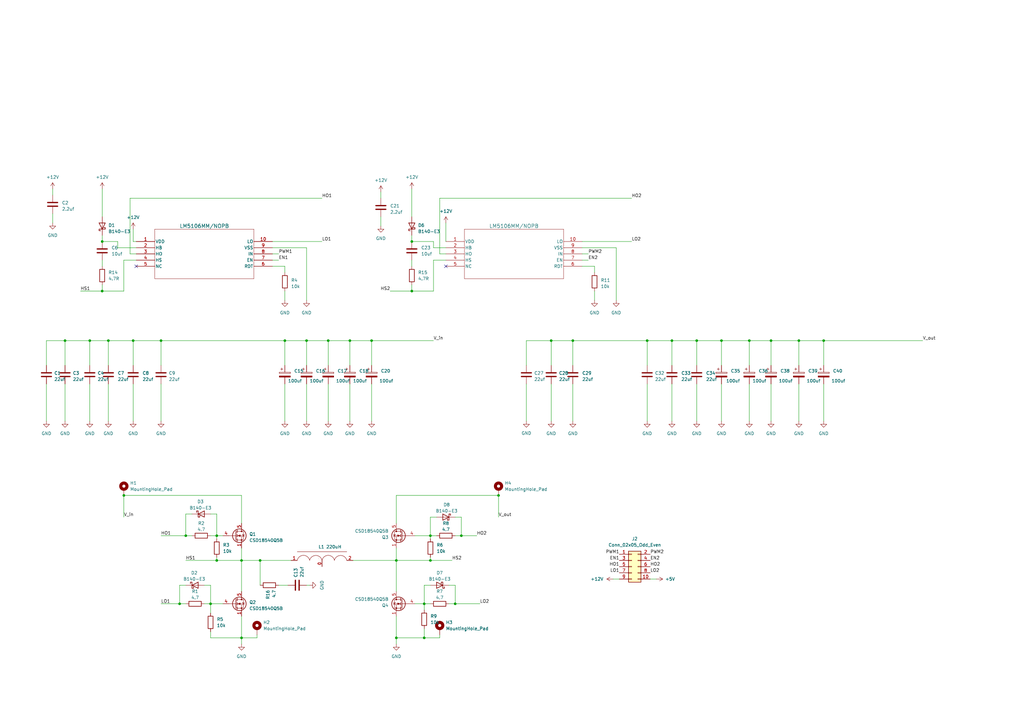
<source format=kicad_sch>
(kicad_sch (version 20231120) (generator "eeschema") (generator_version "8.0")
  (paper "A3")
  (lib_symbols
    (symbol "Connector_Generic:Conn_02x05_Odd_Even" (pin_names (offset 1.016) hide)
      (property "Reference" "J" (at 1.27 7.62 0))
      (property "Value" "Conn_02x05_Odd_Even" (at 1.27 -7.62 0))
      (symbol "Conn_02x05_Odd_Even_1_1"
        (rectangle (start -1.27 -4.953) (end 0 -5.207) (stroke (width 0.1524)))
        (rectangle (start -1.27 -2.413) (end 0 -2.667) (stroke (width 0.1524)))
        (rectangle (start -1.27 0.127) (end 0 -0.127) (stroke (width 0.1524)))
        (rectangle (start -1.27 2.667) (end 0 2.413) (stroke (width 0.1524)))
        (rectangle (start -1.27 5.207) (end 0 4.953) (stroke (width 0.1524)))
        (rectangle (start -1.27 6.35) (end 3.81 -6.35) (stroke (width 0.254)) (fill (type background)))
        (rectangle (start 3.81 -4.953) (end 2.54 -5.207) (stroke (width 0.1524)))
        (rectangle (start 3.81 -2.413) (end 2.54 -2.667) (stroke (width 0.1524)))
        (rectangle (start 3.81 0.127) (end 2.54 -0.127) (stroke (width 0.1524)))
        (rectangle (start 3.81 2.667) (end 2.54 2.413) (stroke (width 0.1524)))
        (rectangle (start 3.81 5.207) (end 2.54 4.953) (stroke (width 0.1524)))
        (pin passive line (at -5.08 5.08 0) (length 3.81) (name "Pin_1") (number "1"))
        (pin passive line (at 7.62 -5.08 180) (length 3.81) (name "Pin_10") (number "10"))
        (pin passive line (at 7.62 5.08 180) (length 3.81) (name "Pin_2") (number "2"))
        (pin passive line (at -5.08 2.54 0) (length 3.81) (name "Pin_3") (number "3"))
        (pin passive line (at 7.62 2.54 180) (length 3.81) (name "Pin_4") (number "4"))
        (pin passive line (at -5.08 0 0) (length 3.81) (name "Pin_5") (number "5"))
        (pin passive line (at 7.62 0 180) (length 3.81) (name "Pin_6") (number "6"))
        (pin passive line (at -5.08 -2.54 0) (length 3.81) (name "Pin_7") (number "7"))
        (pin passive line (at 7.62 -2.54 180) (length 3.81) (name "Pin_8") (number "8"))
        (pin passive line (at -5.08 -5.08 0) (length 3.81) (name "Pin_9") (number "9"))
      )
    )
    (symbol "Device:C" (pin_numbers hide) (pin_names (offset 0.254))
      (property "Reference" "C" (at 0.635 2.54 0))
      (property "Value" "C" (at 0.635 -2.54 0))
      (symbol "C_0_1"
        (polyline (pts (xy -2.032 -0.762) (xy 2.032 -0.762)) (stroke (width 0.508)))
        (polyline (pts (xy -2.032 0.762) (xy 2.032 0.762)) (stroke (width 0.508)))
      )
      (symbol "C_1_1"
        (pin passive line (at 0 3.81 270) (length 2.794) (name "~") (number "1"))
        (pin passive line (at 0 -3.81 90) (length 2.794) (name "~") (number "2"))
      )
    )
    (symbol "Device:C_Polarized" (pin_numbers hide) (pin_names (offset 0.254))
      (property "Reference" "C" (at 0.635 2.54 0))
      (property "Value" "C_Polarized" (at 0.635 -2.54 0))
      (symbol "C_Polarized_0_1"
        (rectangle (start -2.286 0.508) (end 2.286 1.016))
        (polyline (pts (xy -1.778 2.286) (xy -0.762 2.286)))
        (polyline (pts (xy -1.27 2.794) (xy -1.27 1.778)))
        (rectangle (start 2.286 -0.508) (end -2.286 -1.016) (fill (type outline)))
      )
      (symbol "C_Polarized_1_1"
        (pin passive line (at 0 3.81 270) (length 2.794) (name "~") (number "1"))
        (pin passive line (at 0 -3.81 90) (length 2.794) (name "~") (number "2"))
      )
    )
    (symbol "Device:R" (pin_numbers hide) (pin_names (offset 0))
      (property "Reference" "R" (at 2.032 0 90))
      (property "Value" "R" (at 0 0 90))
      (symbol "R_0_1"
        (rectangle (start -1.016 -2.54) (end 1.016 2.54) (stroke (width 0.254)))
      )
      (symbol "R_1_1"
        (pin passive line (at 0 3.81 270) (length 1.27) (name "~") (number "1"))
        (pin passive line (at 0 -3.81 90) (length 1.27) (name "~") (number "2"))
      )
    )
    (symbol "Diode:B140-E3" (pin_numbers hide) (pin_names hide)
      (property "Reference" "D" (at 0 2.54 0))
      (property "Value" "B140-E3" (at 0 -2.54 0))
      (symbol "B140-E3_0_1"
        (polyline (pts (xy 1.27 0) (xy -1.27 0)))
        (polyline (pts (xy 1.27 1.27) (xy 1.27 -1.27) (xy -1.27 0) (xy 1.27 1.27)) (stroke (width 0.254)))
        (polyline (pts (xy -1.905 0.635) (xy -1.905 1.27) (xy -1.27 1.27) (xy -1.27 -1.27) (xy -0.635 -1.27) (xy -0.635 -0.635)) (stroke (width 0.254)))
      )
      (symbol "B140-E3_1_1"
        (pin passive line (at -3.81 0 0) (length 2.54) (name "K") (number "1"))
        (pin passive line (at 3.81 0 180) (length 2.54) (name "A") (number "2"))
      )
    )
    (symbol "FSBB_DCDC:PQ2918"
      (property "Reference" "L" (at 0 0 0))
      (symbol "PQ2918_0_1"
        (arc (start -5.08 -0.7049) (mid -7.62 1.3321) (end -10.16 -0.7049))
        (arc (start -1.27 0) (mid -1.27 0) (end -1.27 0))
        (arc (start 0 -0.7049) (mid -2.54 1.2912) (end -5.08 -0.7049))
        (polyline (pts (xy -10.16 2.794) (xy 10.16 2.794)))
        (arc (start 5.08 -0.7049) (mid 2.54 1.3321) (end 0 -0.7049))
        (arc (start 10.16 -0.7049) (mid 7.62 1.2912) (end 5.08 -0.7049))
      )
      (symbol "PQ2918_1_1"
        (pin free line (at 0 -3.302 90) (length 2.54) (name "") (number "0"))
        (pin bidirectional line (at -12.7 -0.762 0) (length 2.54) (name "") (number "1"))
        (pin bidirectional line (at 12.7 -0.762 180) (length 2.54) (name "") (number "2"))
      )
    )
    (symbol "Library:C" (pin_numbers hide) (pin_names (offset 0.254))
      (property "Reference" "C" (at 0.635 2.54 0))
      (property "Value" "C" (at 0.635 -2.54 0))
      (symbol "C_0_1"
        (polyline (pts (xy -2.032 -0.762) (xy 2.032 -0.762)) (stroke (width 0.508)))
        (polyline (pts (xy -2.032 0.762) (xy 2.032 0.762)) (stroke (width 0.508)))
      )
      (symbol "C_1_1"
        (pin passive line (at 0 3.81 270) (length 2.794) (name "~") (number "1"))
        (pin passive line (at 0 -3.81 90) (length 2.794) (name "~") (number "2"))
      )
    )
    (symbol "Library:R" (pin_numbers hide) (pin_names (offset 0))
      (property "Reference" "R" (at 2.032 0 90))
      (property "Value" "R" (at 0 0 90))
      (symbol "R_0_1"
        (rectangle (start -1.016 -2.54) (end 1.016 2.54) (stroke (width 0.254)))
      )
      (symbol "R_1_1"
        (pin passive line (at 0 3.81 270) (length 1.27) (name "~") (number "1"))
        (pin passive line (at 0 -3.81 90) (length 1.27) (name "~") (number "2"))
      )
    )
    (symbol "Mechanical:MountingHole_Pad" (pin_numbers hide) (pin_names (offset 1.016) hide)
      (property "Reference" "H" (at 0 6.35 0))
      (property "Value" "MountingHole_Pad" (at 0 4.445 0))
      (symbol "MountingHole_Pad_0_1"
        (circle (center 0 1.27) (radius 1.27) (stroke (width 1.27)))
      )
      (symbol "MountingHole_Pad_1_1"
        (pin input line (at 0 -2.54 90) (length 2.54) (name "1") (number "1"))
      )
    )
    (symbol "Transistor_FET:CSD18540Q5B" (pin_names hide)
      (property "Reference" "Q" (at 5.08 1.905 0))
      (property "Value" "CSD18540Q5B" (at 5.08 0 0))
      (symbol "CSD18540Q5B_0_1"
        (polyline (pts (xy 0.254 0) (xy -2.54 0)))
        (polyline (pts (xy 0.254 1.905) (xy 0.254 -1.905)) (stroke (width 0.254)))
        (polyline (pts (xy 0.762 -1.27) (xy 0.762 -2.286)) (stroke (width 0.254)))
        (polyline (pts (xy 0.762 0.508) (xy 0.762 -0.508)) (stroke (width 0.254)))
        (polyline (pts (xy 0.762 2.286) (xy 0.762 1.27)) (stroke (width 0.254)))
        (polyline (pts (xy 2.54 2.54) (xy 2.54 1.778)))
        (polyline (pts (xy 2.54 -2.54) (xy 2.54 0) (xy 0.762 0)))
        (polyline (pts (xy 0.762 -1.778) (xy 3.302 -1.778) (xy 3.302 1.778) (xy 0.762 1.778)))
        (polyline (pts (xy 1.016 0) (xy 2.032 0.381) (xy 2.032 -0.381) (xy 1.016 0)) (fill (type outline)))
        (polyline (pts (xy 2.794 0.508) (xy 2.921 0.381) (xy 3.683 0.381) (xy 3.81 0.254)))
        (polyline (pts (xy 3.302 0.381) (xy 2.921 -0.254) (xy 3.683 -0.254) (xy 3.302 0.381)))
        (circle (center 1.651 0) (radius 2.794) (stroke (width 0.254)))
        (circle (center 2.54 -1.778) (radius 0.254) (fill (type outline)))
        (circle (center 2.54 1.778) (radius 0.254) (fill (type outline)))
      )
      (symbol "CSD18540Q5B_1_1"
        (pin passive line (at 2.54 -5.08 90) (length 2.54) (name "S") (number "1"))
        (pin passive line (at 2.54 -5.08 90) (length 2.54) hide (name "S") (number "2"))
        (pin passive line (at 2.54 -5.08 90) (length 2.54) hide (name "S") (number "3"))
        (pin passive line (at -5.08 0 0) (length 2.54) (name "G") (number "4"))
        (pin passive line (at 2.54 5.08 270) (length 2.54) (name "D") (number "5"))
      )
    )
    (symbol "lm5106:LM5106MM_NOPB" (pin_names (offset 0.254))
      (property "Value" "LM5106MM/NOPB" (at 27.94 7.62 0))
      (symbol "LM5106MM_NOPB_0_1"
        (polyline (pts (xy 7.62 -15.24) (xy 48.26 -15.24)) (stroke (width 0.127)))
        (polyline (pts (xy 7.62 5.08) (xy 7.62 -15.24)) (stroke (width 0.127)))
        (polyline (pts (xy 48.26 -15.24) (xy 48.26 5.08)) (stroke (width 0.127)))
        (polyline (pts (xy 48.26 5.08) (xy 7.62 5.08)) (stroke (width 0.127)))
        (pin power_in line (at 0 0 0) (length 7.62) (name "VDD") (number "1"))
        (pin output line (at 55.88 0 180) (length 7.62) (name "LO") (number "10"))
        (pin input line (at 0 -2.54 0) (length 7.62) (name "HB") (number "2"))
        (pin output line (at 0 -5.08 0) (length 7.62) (name "HO") (number "3"))
        (pin input line (at 0 -7.62 0) (length 7.62) (name "HS") (number "4"))
        (pin passive line (at 0 -10.16 0) (length 7.62) (name "NC") (number "5"))
        (pin input line (at 55.88 -10.16 180) (length 7.62) (name "RDT") (number "6"))
        (pin input line (at 55.88 -7.62 180) (length 7.62) (name "EN") (number "7"))
        (pin input line (at 55.88 -5.08 180) (length 7.62) (name "IN") (number "8"))
        (pin power_in line (at 55.88 -2.54 180) (length 7.62) (name "VSS") (number "9"))
      )
    )
    (symbol "power:+12V" (power) (pin_names (offset 0))
      (property "Value" "+12V" (at 0 3.556 0))
      (symbol "+12V_0_1"
        (polyline (pts (xy -0.762 1.27) (xy 0 2.54)))
        (polyline (pts (xy 0 0) (xy 0 2.54)))
        (polyline (pts (xy 0 2.54) (xy 0.762 1.27)))
      )
      (symbol "+12V_1_1"
        (pin power_in line (at 0 0 90) (length 0) hide (name "+12V") (number "1"))
      )
    )
    (symbol "power:+5V" (power) (pin_names (offset 0))
      (property "Value" "+5V" (at 0 3.556 0))
      (symbol "+5V_0_1"
        (polyline (pts (xy -0.762 1.27) (xy 0 2.54)))
        (polyline (pts (xy 0 0) (xy 0 2.54)))
        (polyline (pts (xy 0 2.54) (xy 0.762 1.27)))
      )
      (symbol "+5V_1_1"
        (pin power_in line (at 0 0 90) (length 0) hide (name "+5V") (number "1"))
      )
    )
    (symbol "power:GND" (power) (pin_names (offset 0))
      (property "Value" "GND" (at 0 -3.81 0))
      (symbol "GND_0_1"
        (polyline (pts (xy 0 0) (xy 0 -1.27) (xy 1.27 -1.27) (xy 0 -2.54) (xy -1.27 -1.27) (xy 0 -1.27)))
      )
      (symbol "GND_1_1"
        (pin power_in line (at 0 0 270) (length 0) hide (name "GND") (number "1"))
      )
    )
  )
  (junction (at 50.8 203.2))
  (junction (at 162.56 229.87))
  (junction (at 106.68 229.87))
  (junction (at 143.51 139.7))
  (junction (at 73.66 247.65))
  (junction (at 316.23 139.7))
  (junction (at 44.45 139.7))
  (junction (at 152.4 139.7))
  (junction (at 116.84 139.7))
  (junction (at 234.95 139.7))
  (junction (at 26.67 139.7))
  (junction (at 134.62 139.7))
  (junction (at 162.56 261.62))
  (junction (at 99.06 229.87))
  (junction (at 173.99 247.65))
  (junction (at 168.91 99.06))
  (junction (at 275.59 139.7))
  (junction (at 226.06 139.7))
  (junction (at 186.69 247.65))
  (junction (at 285.75 139.7))
  (junction (at 86.36 247.65))
  (junction (at 41.91 119.38))
  (junction (at 265.43 139.7))
  (junction (at 88.9 229.87))
  (junction (at 99.06 261.62))
  (junction (at 176.53 229.87))
  (junction (at 295.91 139.7))
  (junction (at 36.83 139.7))
  (junction (at 189.23 219.71))
  (junction (at 204.47 203.2))
  (junction (at 54.61 139.7))
  (junction (at 88.9 219.71))
  (junction (at 76.2 219.71))
  (junction (at 41.91 99.06))
  (junction (at 327.66 139.7))
  (junction (at 168.91 119.38))
  (junction (at 307.34 139.7))
  (junction (at 173.99 261.62))
  (junction (at 66.04 139.7))
  (junction (at 337.82 139.7))
  (junction (at 176.53 219.71))
  (junction (at 125.73 139.7))
  (no_connect (at 182.88 109.22))
  (no_connect (at 55.88 109.22))
  (wire (pts (xy 21.59 77.47) (xy 21.59 80.01)))
  (wire (pts (xy 295.91 157.48) (xy 295.91 172.72)))
  (wire (pts (xy 86.36 219.71) (xy 88.9 219.71)))
  (wire (pts (xy 41.91 119.38) (xy 50.8 119.38)))
  (wire (pts (xy 78.74 210.82) (xy 76.2 210.82)))
  (wire (pts (xy 189.23 212.09) (xy 186.69 212.09)))
  (wire (pts (xy 54.61 93.98) (xy 54.61 99.06)))
  (wire (pts (xy 162.56 203.2) (xy 162.56 214.63)))
  (wire (pts (xy 316.23 139.7) (xy 316.23 149.86)))
  (wire (pts (xy 111.76 99.06) (xy 132.08 99.06)))
  (wire (pts (xy 134.62 139.7) (xy 143.51 139.7)))
  (wire (pts (xy 185.42 229.87) (xy 176.53 229.87)))
  (wire (pts (xy 152.4 139.7) (xy 177.8 139.7)))
  (wire (pts (xy 53.34 104.14) (xy 55.88 104.14)))
  (wire (pts (xy 307.34 139.7) (xy 316.23 139.7)))
  (wire (pts (xy 111.76 109.22) (xy 116.84 109.22)))
  (wire (pts (xy 176.53 240.03) (xy 173.99 240.03)))
  (wire (pts (xy 54.61 139.7) (xy 66.04 139.7)))
  (wire (pts (xy 337.82 139.7) (xy 337.82 149.86)))
  (wire (pts (xy 182.88 91.44) (xy 182.88 99.06)))
  (wire (pts (xy 243.84 109.22) (xy 243.84 111.76)))
  (wire (pts (xy 88.9 228.6) (xy 88.9 229.87)))
  (wire (pts (xy 177.8 101.6) (xy 177.8 99.06)))
  (wire (pts (xy 116.84 139.7) (xy 125.73 139.7)))
  (wire (pts (xy 180.34 260.35) (xy 180.34 261.62)))
  (wire (pts (xy 26.67 139.7) (xy 36.83 139.7)))
  (wire (pts (xy 125.73 139.7) (xy 125.73 149.86)))
  (wire (pts (xy 152.4 139.7) (xy 152.4 149.86)))
  (wire (pts (xy 144.78 229.87) (xy 162.56 229.87)))
  (wire (pts (xy 285.75 139.7) (xy 295.91 139.7)))
  (wire (pts (xy 111.76 104.14) (xy 114.3 104.14)))
  (wire (pts (xy 106.68 229.87) (xy 106.68 240.03)))
  (wire (pts (xy 125.73 101.6) (xy 125.73 123.19)))
  (wire (pts (xy 111.76 101.6) (xy 125.73 101.6)))
  (wire (pts (xy 116.84 157.48) (xy 116.84 172.72)))
  (wire (pts (xy 162.56 229.87) (xy 162.56 242.57)))
  (wire (pts (xy 86.36 240.03) (xy 86.36 247.65)))
  (wire (pts (xy 125.73 157.48) (xy 125.73 172.72)))
  (wire (pts (xy 196.85 247.65) (xy 186.69 247.65)))
  (wire (pts (xy 168.91 119.38) (xy 177.8 119.38)))
  (wire (pts (xy 265.43 139.7) (xy 265.43 149.86)))
  (wire (pts (xy 53.34 81.28) (xy 53.34 104.14)))
  (wire (pts (xy 143.51 139.7) (xy 152.4 139.7)))
  (wire (pts (xy 160.02 119.38) (xy 168.91 119.38)))
  (wire (pts (xy 226.06 139.7) (xy 234.95 139.7)))
  (wire (pts (xy 269.24 237.49) (xy 266.7 237.49)))
  (wire (pts (xy 36.83 139.7) (xy 44.45 139.7)))
  (wire (pts (xy 189.23 219.71) (xy 186.69 219.71)))
  (wire (pts (xy 173.99 261.62) (xy 162.56 261.62)))
  (wire (pts (xy 327.66 139.7) (xy 337.82 139.7)))
  (wire (pts (xy 88.9 219.71) (xy 91.44 219.71)))
  (wire (pts (xy 41.91 116.84) (xy 41.91 119.38)))
  (wire (pts (xy 173.99 240.03) (xy 173.99 247.65)))
  (wire (pts (xy 54.61 157.48) (xy 54.61 172.72)))
  (wire (pts (xy 86.36 247.65) (xy 91.44 247.65)))
  (wire (pts (xy 86.36 259.08) (xy 86.36 261.62)))
  (wire (pts (xy 125.73 240.03) (xy 127 240.03)))
  (wire (pts (xy 44.45 139.7) (xy 44.45 149.86)))
  (wire (pts (xy 180.34 81.28) (xy 259.08 81.28)))
  (wire (pts (xy 307.34 157.48) (xy 307.34 172.72)))
  (wire (pts (xy 53.34 81.28) (xy 132.08 81.28)))
  (wire (pts (xy 55.88 101.6) (xy 48.26 101.6)))
  (wire (pts (xy 238.76 109.22) (xy 243.84 109.22)))
  (wire (pts (xy 33.02 119.38) (xy 41.91 119.38)))
  (wire (pts (xy 36.83 157.48) (xy 36.83 172.72)))
  (wire (pts (xy 99.06 203.2) (xy 99.06 214.63)))
  (wire (pts (xy 48.26 101.6) (xy 48.26 99.06)))
  (wire (pts (xy 215.9 157.48) (xy 215.9 172.72)))
  (wire (pts (xy 36.83 149.86) (xy 36.83 139.7)))
  (wire (pts (xy 252.73 101.6) (xy 252.73 123.19)))
  (wire (pts (xy 54.61 139.7) (xy 54.61 149.86)))
  (wire (pts (xy 88.9 229.87) (xy 99.06 229.87)))
  (wire (pts (xy 156.21 78.74) (xy 156.21 81.28)))
  (wire (pts (xy 251.46 237.49) (xy 254 237.49)))
  (wire (pts (xy 106.68 229.87) (xy 119.38 229.87)))
  (wire (pts (xy 316.23 139.7) (xy 327.66 139.7)))
  (wire (pts (xy 180.34 81.28) (xy 180.34 104.14)))
  (wire (pts (xy 19.05 157.48) (xy 19.05 172.72)))
  (wire (pts (xy 295.91 139.7) (xy 307.34 139.7)))
  (wire (pts (xy 179.07 212.09) (xy 176.53 212.09)))
  (wire (pts (xy 88.9 219.71) (xy 88.9 220.98)))
  (wire (pts (xy 327.66 157.48) (xy 327.66 172.72)))
  (wire (pts (xy 168.91 116.84) (xy 168.91 119.38)))
  (wire (pts (xy 73.66 240.03) (xy 73.66 247.65)))
  (wire (pts (xy 162.56 203.2) (xy 204.47 203.2)))
  (wire (pts (xy 114.3 240.03) (xy 118.11 240.03)))
  (wire (pts (xy 44.45 139.7) (xy 54.61 139.7)))
  (wire (pts (xy 275.59 139.7) (xy 275.59 149.86)))
  (wire (pts (xy 48.26 99.06) (xy 41.91 99.06)))
  (wire (pts (xy 204.47 203.2) (xy 204.47 212.09)))
  (wire (pts (xy 177.8 99.06) (xy 168.91 99.06)))
  (wire (pts (xy 215.9 139.7) (xy 226.06 139.7)))
  (wire (pts (xy 238.76 106.68) (xy 241.3 106.68)))
  (wire (pts (xy 215.9 139.7) (xy 215.9 149.86)))
  (wire (pts (xy 66.04 139.7) (xy 116.84 139.7)))
  (wire (pts (xy 114.3 106.68) (xy 111.76 106.68)))
  (wire (pts (xy 285.75 139.7) (xy 285.75 149.86)))
  (wire (pts (xy 176.53 228.6) (xy 176.53 229.87)))
  (wire (pts (xy 99.06 229.87) (xy 99.06 242.57)))
  (wire (pts (xy 162.56 261.62) (xy 162.56 264.16)))
  (wire (pts (xy 176.53 219.71) (xy 176.53 220.98)))
  (wire (pts (xy 234.95 139.7) (xy 265.43 139.7)))
  (wire (pts (xy 337.82 157.48) (xy 337.82 172.72)))
  (wire (pts (xy 226.06 157.48) (xy 226.06 172.72)))
  (wire (pts (xy 180.34 104.14) (xy 182.88 104.14)))
  (wire (pts (xy 41.91 77.47) (xy 41.91 88.9)))
  (wire (pts (xy 189.23 219.71) (xy 195.58 219.71)))
  (wire (pts (xy 19.05 149.86) (xy 19.05 139.7)))
  (wire (pts (xy 116.84 119.38) (xy 116.84 123.19)))
  (wire (pts (xy 168.91 96.52) (xy 168.91 99.06)))
  (wire (pts (xy 41.91 96.52) (xy 41.91 99.06)))
  (wire (pts (xy 168.91 109.22) (xy 168.91 106.68)))
  (wire (pts (xy 19.05 139.7) (xy 26.67 139.7)))
  (wire (pts (xy 116.84 139.7) (xy 116.84 149.86)))
  (wire (pts (xy 316.23 157.48) (xy 316.23 172.72)))
  (wire (pts (xy 26.67 157.48) (xy 26.67 172.72)))
  (wire (pts (xy 173.99 247.65) (xy 170.18 247.65)))
  (wire (pts (xy 238.76 101.6) (xy 252.73 101.6)))
  (wire (pts (xy 176.53 212.09) (xy 176.53 219.71)))
  (wire (pts (xy 99.06 261.62) (xy 99.06 264.16)))
  (wire (pts (xy 99.06 229.87) (xy 106.68 229.87)))
  (wire (pts (xy 285.75 157.48) (xy 285.75 172.72)))
  (wire (pts (xy 83.82 247.65) (xy 86.36 247.65)))
  (wire (pts (xy 105.41 261.62) (xy 99.06 261.62)))
  (wire (pts (xy 170.18 219.71) (xy 176.53 219.71)))
  (wire (pts (xy 116.84 109.22) (xy 116.84 111.76)))
  (wire (pts (xy 156.21 88.9) (xy 156.21 92.71)))
  (wire (pts (xy 327.66 139.7) (xy 327.66 149.86)))
  (wire (pts (xy 73.66 247.65) (xy 76.2 247.65)))
  (wire (pts (xy 182.88 101.6) (xy 177.8 101.6)))
  (wire (pts (xy 88.9 210.82) (xy 88.9 219.71)))
  (wire (pts (xy 66.04 219.71) (xy 76.2 219.71)))
  (wire (pts (xy 21.59 87.63) (xy 21.59 91.44)))
  (wire (pts (xy 76.2 229.87) (xy 88.9 229.87)))
  (wire (pts (xy 83.82 240.03) (xy 86.36 240.03)))
  (wire (pts (xy 76.2 210.82) (xy 76.2 219.71)))
  (wire (pts (xy 152.4 157.48) (xy 152.4 172.72)))
  (wire (pts (xy 41.91 109.22) (xy 41.91 106.68)))
  (wire (pts (xy 50.8 106.68) (xy 50.8 119.38)))
  (wire (pts (xy 86.36 210.82) (xy 88.9 210.82)))
  (wire (pts (xy 173.99 257.81) (xy 173.99 261.62)))
  (wire (pts (xy 176.53 229.87) (xy 162.56 229.87)))
  (wire (pts (xy 54.61 99.06) (xy 55.88 99.06)))
  (wire (pts (xy 186.69 240.03) (xy 184.15 240.03)))
  (wire (pts (xy 55.88 106.68) (xy 50.8 106.68)))
  (wire (pts (xy 26.67 149.86) (xy 26.67 139.7)))
  (wire (pts (xy 162.56 224.79) (xy 162.56 229.87)))
  (wire (pts (xy 76.2 219.71) (xy 78.74 219.71)))
  (wire (pts (xy 143.51 157.48) (xy 143.51 172.72)))
  (wire (pts (xy 66.04 247.65) (xy 73.66 247.65)))
  (wire (pts (xy 307.34 139.7) (xy 307.34 149.86)))
  (wire (pts (xy 162.56 252.73) (xy 162.56 261.62)))
  (wire (pts (xy 295.91 139.7) (xy 295.91 149.86)))
  (wire (pts (xy 243.84 119.38) (xy 243.84 123.19)))
  (wire (pts (xy 99.06 252.73) (xy 99.06 261.62)))
  (wire (pts (xy 189.23 212.09) (xy 189.23 219.71)))
  (wire (pts (xy 86.36 247.65) (xy 86.36 251.46)))
  (wire (pts (xy 179.07 219.71) (xy 176.53 219.71)))
  (wire (pts (xy 99.06 224.79) (xy 99.06 229.87)))
  (wire (pts (xy 134.62 157.48) (xy 134.62 172.72)))
  (wire (pts (xy 44.45 157.48) (xy 44.45 172.72)))
  (wire (pts (xy 143.51 139.7) (xy 143.51 149.86)))
  (wire (pts (xy 50.8 203.2) (xy 50.8 212.09)))
  (wire (pts (xy 177.8 106.68) (xy 182.88 106.68)))
  (wire (pts (xy 105.41 260.35) (xy 105.41 261.62)))
  (wire (pts (xy 275.59 139.7) (xy 285.75 139.7)))
  (wire (pts (xy 50.8 203.2) (xy 99.06 203.2)))
  (wire (pts (xy 86.36 261.62) (xy 99.06 261.62)))
  (wire (pts (xy 275.59 157.48) (xy 275.59 172.72)))
  (wire (pts (xy 186.69 240.03) (xy 186.69 247.65)))
  (wire (pts (xy 226.06 139.7) (xy 226.06 149.86)))
  (wire (pts (xy 234.95 157.48) (xy 234.95 172.72)))
  (wire (pts (xy 176.53 247.65) (xy 173.99 247.65)))
  (wire (pts (xy 177.8 106.68) (xy 177.8 119.38)))
  (wire (pts (xy 173.99 247.65) (xy 173.99 250.19)))
  (wire (pts (xy 337.82 139.7) (xy 378.46 139.7)))
  (wire (pts (xy 66.04 157.48) (xy 66.04 172.72)))
  (wire (pts (xy 180.34 261.62) (xy 173.99 261.62)))
  (wire (pts (xy 134.62 139.7) (xy 134.62 149.86)))
  (wire (pts (xy 125.73 139.7) (xy 134.62 139.7)))
  (wire (pts (xy 234.95 139.7) (xy 234.95 149.86)))
  (wire (pts (xy 186.69 247.65) (xy 184.15 247.65)))
  (wire (pts (xy 73.66 240.03) (xy 76.2 240.03)))
  (wire (pts (xy 265.43 157.48) (xy 265.43 172.72)))
  (wire (pts (xy 265.43 139.7) (xy 275.59 139.7)))
  (wire (pts (xy 238.76 99.06) (xy 259.08 99.06)))
  (wire (pts (xy 168.91 77.47) (xy 168.91 88.9)))
  (wire (pts (xy 66.04 139.7) (xy 66.04 149.86)))
  (wire (pts (xy 238.76 104.14) (xy 241.3 104.14)))
  (label "PWM2" (at 266.7 227.33 0))
  (label "V_in" (at 50.8 212.09 0))
  (label "HO1" (at 254 232.41 180))
  (label "HS1" (at 76.2 229.87 0))
  (label "V_in" (at 177.8 139.7 0))
  (label "HO1" (at 132.08 81.28 0))
  (label "EN2" (at 266.7 229.87 0))
  (label "HO2" (at 266.7 232.41 0))
  (label "PWM1" (at 114.3 104.14 0))
  (label "HO2" (at 259.08 81.28 0))
  (label "EN1" (at 254 229.87 180))
  (label "LO2" (at 266.7 234.95 0))
  (label "HO2" (at 195.58 219.71 0))
  (label "V_out" (at 204.47 212.09 0))
  (label "HS2" (at 160.02 119.38 180))
  (label "PWM2" (at 241.3 104.14 0))
  (label "LO1" (at 254 234.95 180))
  (label "PWM1" (at 254 227.33 180))
  (label "V_out" (at 378.46 139.7 0))
  (label "LO2" (at 196.85 247.65 0))
  (label "LO2" (at 259.08 99.06 0))
  (label "HS2" (at 185.42 229.87 0))
  (label "LO1" (at 132.08 99.06 0))
  (label "EN2" (at 241.3 106.68 0))
  (label "HS1" (at 33.02 119.38 0))
  (label "EN1" (at 114.3 106.68 0))
  (label "LO1" (at 66.04 247.65 0))
  (label "HO1" (at 66.04 219.71 0))
  (symbol (lib_id "Device:C_Polarized") (at 337.82 153.67 0) (unit 1)
    (property "Reference" "C40" (at 341.63 152.146 0) (effects (justify left)))
    (property "Value" "100uf" (at 340.995 156.21 0) (effects (justify left)))
    (property "Footprint" "Capacitor_SMD:CP_Elec_8x10" (effects (hide yes)))
  )
  (symbol (lib_id "power:GND") (at 143.51 172.72 0) (unit 1)
    (property "Reference" "#PWR026" (effects (hide yes)))
    (property "Value" "GND" (at 143.51 177.8 0))
  )
  (symbol (lib_id "Device:R") (at 182.88 219.71 270) (mirror x) (unit 1)
    (property "Reference" "R8" (at 182.88 214.63 90))
    (property "Value" "4.7" (at 182.88 217.17 90))
    (property "Footprint" "Resistor_SMD:R_0603_1608Metric" (effects (hide yes)))
  )
  (symbol (lib_id "power:GND") (at 134.62 172.72 0) (unit 1)
    (property "Reference" "#PWR025" (effects (hide yes)))
    (property "Value" "GND" (at 134.62 177.8 0))
  )
  (symbol (lib_id "Device:R") (at 41.91 113.03 180) (unit 1)
    (property "Reference" "R14" (at 44.45 111.7599 0) (effects (justify right)))
    (property "Value" "4.7R" (at 44.45 114.2999 0) (effects (justify right)))
    (property "Footprint" "Resistor_SMD:R_0603_1608Metric" (effects (hide yes)))
  )
  (symbol (lib_id "power:GND") (at 44.45 172.72 0) (unit 1)
    (property "Reference" "#PWR09" (effects (hide yes)))
    (property "Value" "GND" (at 44.45 177.8 0))
  )
  (symbol (lib_id "Diode:B140-E3") (at 82.55 210.82 0) (unit 1)
    (property "Reference" "D3" (at 82.2325 205.74 0))
    (property "Value" "B140-E3" (at 82.2325 208.28 0))
    (property "Footprint" "BuckBoost:D_SOD-123" (effects (hide yes)))
    (property "Datasheet" "http://www.vishay.com/docs/88946/b120.pdf" (effects (hide yes)))
  )
  (symbol (lib_id "power:GND") (at 26.67 172.72 0) (unit 1)
    (property "Reference" "#PWR04" (effects (hide yes)))
    (property "Value" "GND" (at 26.67 177.8 0))
  )
  (symbol (lib_id "power:GND") (at 234.95 172.72 0) (unit 1)
    (property "Reference" "#PWR043" (effects (hide yes)))
    (property "Value" "GND" (at 234.95 177.8 0))
  )
  (symbol (lib_id "power:GND") (at 156.21 92.71 0) (unit 1)
    (property "Reference" "#PWR031" (effects (hide yes)))
    (property "Value" "GND" (at 156.21 97.79 0))
  )
  (symbol (lib_id "power:+12V") (at 21.59 77.47 0) (unit 1)
    (property "Reference" "#PWR02" (effects (hide yes)))
    (property "Value" "+12V" (at 21.59 72.644 0))
  )
  (symbol (lib_id "Device:C") (at 19.05 153.67 0) (unit 1)
    (property "Reference" "C1" (at 22.225 153.035 0) (effects (justify left)))
    (property "Value" "22uf" (at 22.225 155.575 0) (effects (justify left)))
    (property "Footprint" "Capacitor_SMD:C_1206_3216Metric" (effects (hide yes)))
  )
  (symbol (lib_id "Device:R") (at 243.84 115.57 180) (unit 1)
    (property "Reference" "R11" (at 246.38 114.935 0) (effects (justify right)))
    (property "Value" "10k" (at 246.38 117.475 0) (effects (justify right)))
    (property "Footprint" "Resistor_SMD:R_0603_1608Metric" (effects (hide yes)))
  )
  (symbol (lib_id "power:+12V") (at 54.61 93.98 0) (unit 1)
    (property "Reference" "#PWR012" (effects (hide yes)))
    (property "Value" "+12V" (at 54.61 89.154 0))
  )
  (symbol (lib_id "power:GND") (at 116.84 172.72 0) (unit 1)
    (property "Reference" "#PWR021" (effects (hide yes)))
    (property "Value" "GND" (at 116.84 177.8 0))
  )
  (symbol (lib_id "power:GND") (at 337.82 172.72 0) (unit 1)
    (property "Reference" "#PWR062" (effects (hide yes)))
    (property "Value" "GND" (at 337.82 177.8 0))
  )
  (symbol (lib_id "Transistor_FET:CSD18540Q5B") (at 165.1 219.71 0) (mirror y) (unit 1)
    (property "Reference" "Q3" (at 159.385 220.345 0) (effects (justify left)))
    (property "Value" "CSD18540Q5B" (at 159.385 217.805 0) (effects (justify left)))
    (property "Footprint" "Package_TO_SOT_SMD:TDSON-8-1" (effects (hide yes)))
    (property "Datasheet" "http://www.ti.com/lit/gpn/csd18540q5b" (effects (hide yes)))
  )
  (symbol (lib_id "power:GND") (at 226.06 172.72 0) (unit 1)
    (property "Reference" "#PWR042" (effects (hide yes)))
    (property "Value" "GND" (at 226.06 177.8 0))
  )
  (symbol (lib_id "power:GND") (at 295.91 172.72 0) (unit 1)
    (property "Reference" "#PWR056" (effects (hide yes)))
    (property "Value" "GND" (at 295.91 177.8 0))
  )
  (symbol (lib_id "Diode:B140-E3") (at 168.91 92.71 90) (unit 1)
    (property "Reference" "D6" (at 171.45 92.3925 90) (effects (justify right)))
    (property "Value" "B140-E3" (at 171.45 94.9325 90) (effects (justify right)))
    (property "Footprint" "BuckBoost:D_SOD-123" (effects (hide yes)))
    (property "Datasheet" "http://www.vishay.com/docs/88946/b120.pdf" (effects (hide yes)))
  )
  (symbol (lib_id "Mechanical:MountingHole_Pad") (at 180.34 257.81 0) (unit 1)
    (property "Reference" "H3" (at 182.88 255.27 0) (effects (justify left)))
    (property "Value" "MountingHole_Pad" (at 182.88 257.81 0) (effects (justify left)))
    (property "Footprint" "MountingHole:MountingHole_3.2mm_M3_Pad_Via" (effects (hide yes)))
  )
  (symbol (lib_id "FSBB_DCDC:PQ2918") (at 132.08 229.108 0) (unit 1)
    (property "Reference" "L1" (at 131.826 224.282 0))
    (property "Value" "220uH" (at 136.906 224.282 0))
    (property "Footprint" "Inductor_THT_Wurth:L_Wurth_WE-HCFT-2012_LeadDiameter1.2mm" (effects (hide yes)))
  )
  (symbol (lib_id "Transistor_FET:CSD18540Q5B") (at 96.52 219.71 0) (unit 1)
    (property "Reference" "Q1" (at 102.235 219.075 0) (effects (justify left)))
    (property "Value" "CSD18540Q5B" (at 102.235 221.615 0) (effects (justify left)))
    (property "Footprint" "Package_TO_SOT_SMD:TDSON-8-1" (effects (hide yes)))
    (property "Datasheet" "http://www.ti.com/lit/gpn/csd18540q5b" (effects (hide yes)))
  )
  (symbol (lib_id "power:GND") (at 243.84 123.19 0) (unit 1)
    (property "Reference" "#PWR044" (effects (hide yes)))
    (property "Value" "GND" (at 243.84 128.27 0))
  )
  (symbol (lib_id "power:+12V") (at 156.21 78.74 0) (unit 1)
    (property "Reference" "#PWR030" (effects (hide yes)))
    (property "Value" "+12V" (at 156.21 73.914 0))
  )
  (symbol (lib_id "Device:C_Polarized") (at 143.51 153.67 0) (unit 1)
    (property "Reference" "C18" (at 147.32 152.146 0) (effects (justify left)))
    (property "Value" "100uf" (at 144.78 156.21 0) (effects (justify left)))
    (property "Footprint" "Capacitor_SMD:CP_Elec_8x10" (effects (hide yes)))
  )
  (symbol (lib_id "Device:C") (at 226.06 153.67 0) (unit 1)
    (property "Reference" "C28" (at 229.235 153.035 0) (effects (justify left)))
    (property "Value" "22uf" (at 229.235 155.575 0) (effects (justify left)))
    (property "Footprint" "Capacitor_SMD:C_1206_3216Metric" (effects (hide yes)))
  )
  (symbol (lib_id "power:+12V") (at 182.88 91.44 0) (unit 1)
    (property "Reference" "#PWR038" (effects (hide yes)))
    (property "Value" "+12V" (at 182.88 86.614 0))
  )
  (symbol (lib_id "Mechanical:MountingHole_Pad") (at 105.41 257.81 0) (unit 1)
    (property "Reference" "H2" (at 107.95 255.27 0) (effects (justify left)))
    (property "Value" "MountingHole_Pad" (at 107.95 257.81 0) (effects (justify left)))
    (property "Footprint" "MountingHole:MountingHole_3.2mm_M3_Pad_Via" (effects (hide yes)))
  )
  (symbol (lib_id "power:GND") (at 36.83 172.72 0) (unit 1)
    (property "Reference" "#PWR05" (effects (hide yes)))
    (property "Value" "GND" (at 36.83 177.8 0))
  )
  (symbol (lib_id "power:GND") (at 285.75 172.72 0) (unit 1)
    (property "Reference" "#PWR054" (effects (hide yes)))
    (property "Value" "GND" (at 285.75 177.8 0))
  )
  (symbol (lib_id "Mechanical:MountingHole_Pad") (at 50.8 200.66 0) (unit 1)
    (property "Reference" "H1" (at 53.34 198.12 0) (effects (justify left)))
    (property "Value" "MountingHole_Pad" (at 53.34 200.66 0) (effects (justify left)))
    (property "Footprint" "MountingHole:MountingHole_3.2mm_M3_Pad_Via" (effects (hide yes)))
  )
  (symbol (lib_id "Device:R") (at 80.01 247.65 90) (unit 1)
    (property "Reference" "R1" (at 80.01 242.57 90))
    (property "Value" "4.7" (at 80.01 245.11 90))
    (property "Footprint" "Resistor_SMD:R_0603_1608Metric" (effects (hide yes)))
  )
  (symbol (lib_id "Device:R") (at 168.91 113.03 180) (unit 1)
    (property "Reference" "R15" (at 171.45 111.7599 0) (effects (justify right)))
    (property "Value" "4.7R" (at 171.45 114.2999 0) (effects (justify right)))
    (property "Footprint" "Resistor_SMD:R_0603_1608Metric" (effects (hide yes)))
  )
  (symbol (lib_id "Device:R") (at 176.53 224.79 180) (unit 1)
    (property "Reference" "R6" (at 179.07 223.5199 0) (effects (justify right)))
    (property "Value" "10k" (at 179.07 226.0599 0) (effects (justify right)))
    (property "Footprint" "Resistor_SMD:R_0603_1608Metric" (effects (hide yes)))
  )
  (symbol (lib_id "Device:C") (at 215.9 153.67 0) (unit 1)
    (property "Reference" "C27" (at 219.075 153.035 0) (effects (justify left)))
    (property "Value" "22uf" (at 219.075 155.575 0) (effects (justify left)))
    (property "Footprint" "Capacitor_SMD:C_1206_3216Metric" (effects (hide yes)))
  )
  (symbol (lib_id "Device:C_Polarized") (at 327.66 153.67 0) (unit 1)
    (property "Reference" "C39" (at 331.47 152.146 0) (effects (justify left)))
    (property "Value" "100uf" (at 330.835 156.21 0) (effects (justify left)))
    (property "Footprint" "Capacitor_SMD:CP_Elec_8x10" (effects (hide yes)))
  )
  (symbol (lib_id "power:GND") (at 99.06 264.16 0) (unit 1)
    (property "Reference" "#PWR018" (effects (hide yes)))
    (property "Value" "GND" (at 99.06 269.24 0))
  )
  (symbol (lib_id "Device:C") (at 265.43 153.67 0) (unit 1)
    (property "Reference" "C32" (at 268.605 153.035 0) (effects (justify left)))
    (property "Value" "22uf" (at 268.605 155.575 0) (effects (justify left)))
    (property "Footprint" "Capacitor_SMD:C_1206_3216Metric" (effects (hide yes)))
  )
  (symbol (lib_id "Device:C") (at 275.59 153.67 0) (unit 1)
    (property "Reference" "C33" (at 279.4 153.035 0) (effects (justify left)))
    (property "Value" "22uf" (at 279.4 155.575 0) (effects (justify left)))
    (property "Footprint" "Capacitor_SMD:C_1206_3216Metric" (effects (hide yes)))
  )
  (symbol (lib_id "Device:C_Polarized") (at 134.62 153.67 0) (unit 1)
    (property "Reference" "C17" (at 138.43 152.146 0) (effects (justify left)))
    (property "Value" "100uf" (at 137.795 156.21 0) (effects (justify left)))
    (property "Footprint" "Capacitor_SMD:CP_Elec_8x10" (effects (hide yes)))
  )
  (symbol (lib_id "Device:C") (at 41.91 102.87 0) (unit 1)
    (property "Reference" "C6" (at 45.72 101.5999 0) (effects (justify left)))
    (property "Value" "10uf" (at 45.72 104.1399 0) (effects (justify left)))
    (property "Footprint" "Capacitor_SMD:C_0603_1608Metric" (effects (hide yes)))
  )
  (symbol (lib_id "Device:C_Polarized") (at 316.23 153.67 0) (unit 1)
    (property "Reference" "C38" (at 320.04 152.146 0) (effects (justify left)))
    (property "Value" "100uf" (at 319.405 156.21 0) (effects (justify left)))
    (property "Footprint" "Capacitor_SMD:CP_Elec_8x10" (effects (hide yes)))
  )
  (symbol (lib_id "Diode:B140-E3") (at 180.34 240.03 180) (unit 1)
    (property "Reference" "D7" (at 180.34 234.95 0))
    (property "Value" "B140-E3" (at 180.34 237.49 0))
    (property "Footprint" "BuckBoost:D_SOD-123" (effects (hide yes)))
    (property "Datasheet" "http://www.vishay.com/docs/88946/b120.pdf" (effects (hide yes)))
  )
  (symbol (lib_id "lm5106:LM5106MM_NOPB") (at 182.88 99.06 0) (unit 1)
    (property "Reference" "U2" (effects (hide yes)))
    (property "Value" "LM5106MM/NOPB" (at 210.82 92.71 0) (effects (font (size 1.524 1.524))))
    (property "Footprint" "BuckBoost:SOP50P490X110-10N" (effects (hide yes)))
    (property "Datasheet" "LM5106MM/NOPB" (effects (hide yes)))
  )
  (symbol (lib_id "Device:C_Polarized") (at 295.91 153.67 0) (unit 1)
    (property "Reference" "C35" (at 299.72 152.146 0) (effects (justify left)))
    (property "Value" "100uf" (at 297.815 156.21 0) (effects (justify left)))
    (property "Footprint" "Capacitor_SMD:CP_Elec_8x10" (effects (hide yes)))
  )
  (symbol (lib_id "power:+12V") (at 41.91 77.47 0) (unit 1)
    (property "Reference" "#PWR08" (effects (hide yes)))
    (property "Value" "+12V" (at 41.91 72.644 0))
  )
  (symbol (lib_id "Device:C") (at 44.45 153.67 0) (unit 1)
    (property "Reference" "C7" (at 48.26 153.035 0) (effects (justify left)))
    (property "Value" "22uf" (at 48.26 155.575 0) (effects (justify left)))
    (property "Footprint" "Capacitor_SMD:C_1206_3216Metric" (effects (hide yes)))
  )
  (symbol (lib_id "power:GND") (at 21.59 91.44 0) (unit 1)
    (property "Reference" "#PWR03" (effects (hide yes)))
    (property "Value" "GND" (at 21.59 96.52 0))
  )
  (symbol (lib_id "power:GND") (at 127 240.03 90) (mirror x) (unit 1)
    (property "Reference" "#PWR055" (effects (hide yes)))
    (property "Value" "GND" (at 132.08 240.03 0))
  )
  (symbol (lib_id "Diode:B140-E3") (at 41.91 92.71 90) (unit 1)
    (property "Reference" "D1" (at 44.45 92.3925 90) (effects (justify right)))
    (property "Value" "B140-E3" (at 44.45 94.9325 90) (effects (justify right)))
    (property "Footprint" "BuckBoost:D_SOD-123" (effects (hide yes)))
    (property "Datasheet" "http://www.vishay.com/docs/88946/b120.pdf" (effects (hide yes)))
  )
  (symbol (lib_id "power:GND") (at 275.59 172.72 0) (unit 1)
    (property "Reference" "#PWR053" (effects (hide yes)))
    (property "Value" "GND" (at 275.59 177.8 0))
  )
  (symbol (lib_id "Device:C") (at 26.67 153.67 0) (unit 1)
    (property "Reference" "C3" (at 29.845 153.035 0) (effects (justify left)))
    (property "Value" "22uf" (at 29.845 155.575 0) (effects (justify left)))
    (property "Footprint" "Capacitor_SMD:C_1206_3216Metric" (effects (hide yes)))
  )
  (symbol (lib_id "Transistor_FET:CSD18540Q5B") (at 165.1 247.65 0) (mirror y) (unit 1)
    (property "Reference" "Q4" (at 159.385 248.285 0) (effects (justify left)))
    (property "Value" "CSD18540Q5B" (at 159.385 245.745 0) (effects (justify left)))
    (property "Footprint" "Package_TO_SOT_SMD:TDSON-8-1" (effects (hide yes)))
    (property "Datasheet" "http://www.ti.com/lit/gpn/csd18540q5b" (effects (hide yes)))
  )
  (symbol (lib_id "power:GND") (at 307.34 172.72 0) (unit 1)
    (property "Reference" "#PWR057" (effects (hide yes)))
    (property "Value" "GND" (at 307.34 177.8 0))
  )
  (symbol (lib_id "Device:C") (at 168.91 102.87 0) (unit 1)
    (property "Reference" "C23" (at 172.72 101.5999 0) (effects (justify left)))
    (property "Value" "10uf" (at 172.72 104.1399 0) (effects (justify left)))
    (property "Footprint" "Capacitor_SMD:C_0603_1608Metric" (effects (hide yes)))
  )
  (symbol (lib_id "Mechanical:MountingHole_Pad") (at 204.47 200.66 0) (unit 1)
    (property "Reference" "H4" (at 207.01 198.12 0) (effects (justify left)))
    (property "Value" "MountingHole_Pad" (at 207.01 200.66 0) (effects (justify left)))
    (property "Footprint" "MountingHole:MountingHole_3.2mm_M3_Pad_Via" (effects (hide yes)))
  )
  (symbol (lib_id "Device:R") (at 180.34 247.65 270) (unit 1)
    (property "Reference" "R7" (at 180.34 242.57 90))
    (property "Value" "4.7" (at 180.34 245.11 90))
    (property "Footprint" "Resistor_SMD:R_0603_1608Metric" (effects (hide yes)))
  )
  (symbol (lib_id "Device:C") (at 21.59 83.82 0) (unit 1)
    (property "Reference" "C2" (at 25.4 83.185 0) (effects (justify left)))
    (property "Value" "2.2uf" (at 25.4 85.725 0) (effects (justify left)))
    (property "Footprint" "Capacitor_SMD:C_0603_1608Metric" (effects (hide yes)))
  )
  (symbol (lib_id "Device:C") (at 36.83 153.67 0) (unit 1)
    (property "Reference" "C4" (at 40.005 153.035 0) (effects (justify left)))
    (property "Value" "22uf" (at 40.005 155.575 0) (effects (justify left)))
    (property "Footprint" "Capacitor_SMD:C_1206_3216Metric" (effects (hide yes)))
  )
  (symbol (lib_id "power:GND") (at 327.66 172.72 0) (unit 1)
    (property "Reference" "#PWR060" (effects (hide yes)))
    (property "Value" "GND" (at 327.66 177.8 0))
  )
  (symbol (lib_id "Device:C") (at 234.95 153.67 0) (unit 1)
    (property "Reference" "C29" (at 238.76 153.035 0) (effects (justify left)))
    (property "Value" "22uf" (at 238.76 155.575 0) (effects (justify left)))
    (property "Footprint" "Capacitor_SMD:C_1206_3216Metric" (effects (hide yes)))
  )
  (symbol (lib_id "power:+12V") (at 251.46 237.49 90) (mirror x) (unit 1)
    (property "Reference" "#PWR07" (effects (hide yes)))
    (property "Value" "+12V" (at 247.523 237.49 90) (effects (justify left)))
  )
  (symbol (lib_id "lm5106:LM5106MM_NOPB") (at 55.88 99.06 0) (unit 1)
    (property "Reference" "U1" (effects (hide yes)))
    (property "Value" "LM5106MM/NOPB" (at 83.82 92.71 0) (effects (font (size 1.524 1.524))))
    (property "Footprint" "BuckBoost:SOP50P490X110-10N" (effects (hide yes)))
    (property "Datasheet" "LM5106MM/NOPB" (effects (hide yes)))
  )
  (symbol (lib_id "Device:C") (at 54.61 153.67 0) (unit 1)
    (property "Reference" "C8" (at 58.42 153.035 0) (effects (justify left)))
    (property "Value" "22uf" (at 58.42 155.575 0) (effects (justify left)))
    (property "Footprint" "Capacitor_SMD:C_1206_3216Metric" (effects (hide yes)))
  )
  (symbol (lib_id "Connector_Generic:Conn_02x05_Odd_Even") (at 259.08 232.41 0) (unit 1)
    (property "Reference" "J2" (at 260.35 220.98 0))
    (property "Value" "Conn_02x05_Odd_Even" (at 260.35 223.52 0))
    (property "Footprint" "Connector_PinHeader_2.54mm:PinHeader_2x05_P2.54mm_Vertical_SMD" (effects (hide yes)))
    (property "Description" "Generic connector, double row, 02x05, odd/even pin numbering scheme (row 1 odd numbers, row 2 even numbers), script generated (kicad-library-utils/schlib/autogen/connector/)" (effects (hide yes)))
  )
  (symbol (lib_id "power:GND") (at 265.43 172.72 0) (unit 1)
    (property "Reference" "#PWR050" (effects (hide yes)))
    (property "Value" "GND" (at 265.43 177.8 0))
  )
  (symbol (lib_id "Device:C_Polarized") (at 152.4 153.67 0) (unit 1)
    (property "Reference" "C20" (at 156.21 152.146 0) (effects (justify left)))
    (property "Value" "100uf" (at 155.575 156.21 0) (effects (justify left)))
    (property "Footprint" "Capacitor_SMD:CP_Elec_8x10" (effects (hide yes)))
  )
  (symbol (lib_id "power:GND") (at 152.4 172.72 0) (unit 1)
    (property "Reference" "#PWR029" (effects (hide yes)))
    (property "Value" "GND" (at 152.4 177.8 0))
  )
  (symbol (lib_id "Diode:B140-E3") (at 80.01 240.03 0) (unit 1)
    (property "Reference" "D2" (at 79.6925 234.95 0))
    (property "Value" "B140-E3" (at 79.6925 237.49 0))
    (property "Footprint" "BuckBoost:D_SOD-123" (effects (hide yes)))
    (property "Datasheet" "http://www.vishay.com/docs/88946/b120.pdf" (effects (hide yes)))
  )
  (symbol (lib_id "Device:R") (at 116.84 115.57 180) (unit 1)
    (property "Reference" "R4" (at 119.38 114.935 0) (effects (justify right)))
    (property "Value" "10k" (at 119.38 117.475 0) (effects (justify right)))
    (property "Footprint" "Resistor_SMD:R_0603_1608Metric" (effects (hide yes)))
  )
  (symbol (lib_id "Device:R") (at 88.9 224.79 180) (unit 1)
    (property "Reference" "R3" (at 91.44 223.5199 0) (effects (justify right)))
    (property "Value" "10k" (at 91.44 226.0599 0) (effects (justify right)))
    (property "Footprint" "Resistor_SMD:R_0603_1608Metric" (effects (hide yes)))
  )
  (symbol (lib_id "Device:C_Polarized") (at 116.84 153.67 0) (unit 1)
    (property "Reference" "C15" (at 120.65 152.146 0) (effects (justify left)))
    (property "Value" "100uf" (at 118.11 156.21 0) (effects (justify left)))
    (property "Footprint" "Capacitor_SMD:CP_Elec_8x10" (effects (hide yes)))
  )
  (symbol (lib_id "Library:C") (at 121.92 240.03 90) (unit 1)
    (property "Reference" "C13" (at 121.285 236.855 0) (effects (justify left)))
    (property "Value" "22uf" (at 123.825 236.855 0) (effects (justify left)))
    (property "Footprint" "Capacitor_SMD:C_1206_3216Metric" (effects (hide yes)))
  )
  (symbol (lib_id "Device:R") (at 82.55 219.71 90) (unit 1)
    (property "Reference" "R2" (at 82.55 214.63 90))
    (property "Value" "4.7" (at 82.55 217.17 90))
    (property "Footprint" "Resistor_SMD:R_0603_1608Metric" (effects (hide yes)))
  )
  (symbol (lib_id "power:+5V") (at 269.24 237.49 270) (mirror x) (unit 1)
    (property "Reference" "#PWR06" (effects (hide yes)))
    (property "Value" "+5V" (at 272.796 237.49 90) (effects (justify left)))
  )
  (symbol (lib_id "power:GND") (at 316.23 172.72 0) (unit 1)
    (property "Reference" "#PWR059" (effects (hide yes)))
    (property "Value" "GND" (at 316.23 177.8 0))
  )
  (symbol (lib_id "Device:C") (at 156.21 85.09 0) (unit 1)
    (property "Reference" "C21" (at 160.02 84.455 0) (effects (justify left)))
    (property "Value" "2.2uf" (at 160.02 86.995 0) (effects (justify left)))
    (property "Footprint" "Capacitor_SMD:C_0603_1608Metric" (effects (hide yes)))
  )
  (symbol (lib_id "Device:C") (at 285.75 153.67 0) (unit 1)
    (property "Reference" "C34" (at 289.56 153.035 0) (effects (justify left)))
    (property "Value" "22uf" (at 289.56 155.575 0) (effects (justify left)))
    (property "Footprint" "Capacitor_SMD:C_1206_3216Metric" (effects (hide yes)))
  )
  (symbol (lib_id "power:GND") (at 215.9 172.72 0) (unit 1)
    (property "Reference" "#PWR040" (effects (hide yes)))
    (property "Value" "GND" (at 215.9 177.673 0))
  )
  (symbol (lib_id "Transistor_FET:CSD18540Q5B") (at 96.52 247.65 0) (unit 1)
    (property "Reference" "Q2" (at 102.235 247.015 0) (effects (justify left)))
    (property "Value" "CSD18540Q5B" (at 102.235 249.555 0) (effects (justify left)))
    (property "Footprint" "Package_TO_SOT_SMD:TDSON-8-1" (effects (hide yes)))
    (property "Datasheet" "http://www.ti.com/lit/gpn/csd18540q5b" (effects (hide yes)))
  )
  (symbol (lib_id "Device:R") (at 86.36 255.27 180) (unit 1)
    (property "Reference" "R5" (at 88.9 253.9999 0) (effects (justify right)))
    (property "Value" "10k" (at 88.9 256.5399 0) (effects (justify right)))
    (property "Footprint" "Resistor_SMD:R_0603_1608Metric" (effects (hide yes)))
  )
  (symbol (lib_id "power:GND") (at 116.84 123.19 0) (unit 1)
    (property "Reference" "#PWR020" (effects (hide yes)))
    (property "Value" "GND" (at 116.84 128.27 0))
  )
  (symbol (lib_id "Device:C_Polarized") (at 307.34 153.67 0) (unit 1)
    (property "Reference" "C36" (at 311.15 152.146 0) (effects (justify left)))
    (property "Value" "100uf" (at 308.61 156.21 0) (effects (justify left)))
    (property "Footprint" "Capacitor_SMD:CP_Elec_8x10" (effects (hide yes)))
  )
  (symbol (lib_id "Device:C") (at 66.04 153.67 0) (unit 1)
    (property "Reference" "C9" (at 69.215 153.035 0) (effects (justify left)))
    (property "Value" "22uf" (at 69.215 155.575 0) (effects (justify left)))
    (property "Footprint" "Capacitor_SMD:C_1206_3216Metric" (effects (hide yes)))
  )
  (symbol (lib_id "Library:R") (at 110.49 240.03 270) (mirror x) (unit 1)
    (property "Reference" "R16" (at 109.855 241.935 0) (effects (justify right)))
    (property "Value" "4.7" (at 112.395 241.935 0) (effects (justify right)))
    (property "Footprint" "Resistor_SMD:R_1206_3216Metric" (effects (hide yes)))
  )
  (symbol (lib_id "power:GND") (at 19.05 172.72 0) (unit 1)
    (property "Reference" "#PWR01" (effects (hide yes)))
    (property "Value" "GND" (at 19.05 177.8 0))
  )
  (symbol (lib_id "Diode:B140-E3") (at 182.88 212.09 0) (mirror y) (unit 1)
    (property "Reference" "D8" (at 183.1975 207.01 0))
    (property "Value" "B140-E3" (at 183.1975 209.55 0))
    (property "Footprint" "BuckBoost:D_SOD-123" (effects (hide yes)))
    (property "Datasheet" "http://www.vishay.com/docs/88946/b120.pdf" (effects (hide yes)))
  )
  (symbol (lib_id "power:GND") (at 125.73 172.72 0) (unit 1)
    (property "Reference" "#PWR024" (effects (hide yes)))
    (property "Value" "GND" (at 125.73 177.8 0))
  )
  (symbol (lib_id "power:+12V") (at 168.91 77.47 0) (unit 1)
    (property "Reference" "#PWR036" (effects (hide yes)))
    (property "Value" "+12V" (at 168.91 72.644 0))
  )
  (symbol (lib_id "power:GND") (at 252.73 123.19 0) (unit 1)
    (property "Reference" "#PWR046" (effects (hide yes)))
    (property "Value" "GND" (at 252.73 128.27 0))
  )
  (symbol (lib_id "Device:R") (at 173.99 254 180) (unit 1)
    (property "Reference" "R9" (at 176.53 252.7299 0) (effects (justify right)))
    (property "Value" "10k" (at 176.53 255.2699 0) (effects (justify right)))
    (property "Footprint" "Resistor_SMD:R_0603_1608Metric" (effects (hide yes)))
  )
  (symbol (lib_id "Device:C_Polarized") (at 125.73 153.67 0) (unit 1)
    (property "Reference" "C16" (at 129.54 152.146 0) (effects (justify left)))
    (property "Value" "100uf" (at 127 156.21 0) (effects (justify left)))
    (property "Footprint" "Capacitor_SMD:CP_Elec_8x10" (effects (hide yes)))
  )
  (symbol (lib_id "power:GND") (at 54.61 172.72 0) (unit 1)
    (property "Reference" "#PWR013" (effects (hide yes)))
    (property "Value" "GND" (at 54.61 177.8 0))
  )
  (symbol (lib_id "power:GND") (at 162.56 264.16 0) (unit 1)
    (property "Reference" "#PWR035" (effects (hide yes)))
    (property "Value" "GND" (at 162.56 269.24 0))
  )
  (symbol (lib_id "power:GND") (at 125.73 123.19 0) (unit 1)
    (property "Reference" "#PWR023" (effects (hide yes)))
    (property "Value" "GND" (at 125.73 128.27 0))
  )
  (symbol (lib_id "power:GND") (at 66.04 172.72 0) (unit 1)
    (property "Reference" "#PWR014" (effects (hide yes)))
    (property "Value" "GND" (at 66.04 177.8 0))
  )
)
</source>
